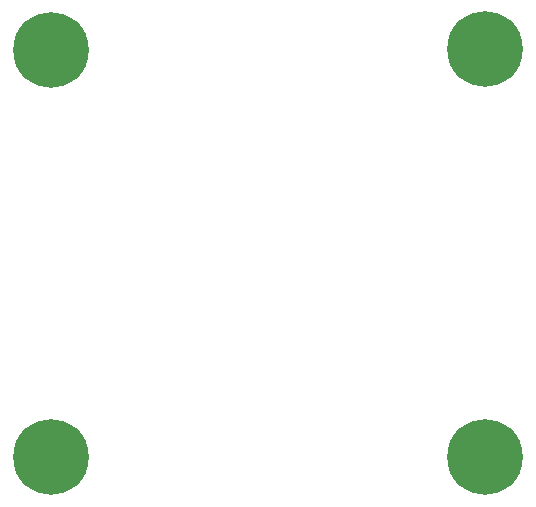
<source format=gbr>
%TF.GenerationSoftware,KiCad,Pcbnew,9.0.6-9.0.6~ubuntu22.04.1*%
%TF.CreationDate,2026-01-04T20:59:47+05:30*%
%TF.ProjectId,TWIN_NODE,5457494e-5f4e-44f4-9445-2e6b69636164,rev?*%
%TF.SameCoordinates,Original*%
%TF.FileFunction,Soldermask,Bot*%
%TF.FilePolarity,Negative*%
%FSLAX46Y46*%
G04 Gerber Fmt 4.6, Leading zero omitted, Abs format (unit mm)*
G04 Created by KiCad (PCBNEW 9.0.6-9.0.6~ubuntu22.04.1) date 2026-01-04 20:59:47*
%MOMM*%
%LPD*%
G01*
G04 APERTURE LIST*
%ADD10C,0.800000*%
%ADD11C,6.400000*%
G04 APERTURE END LIST*
D10*
%TO.C,H1*%
X141600000Y-66800000D03*
X142302944Y-65102944D03*
X142302944Y-68497056D03*
X144000000Y-64400000D03*
D11*
X144000000Y-66800000D03*
D10*
X144000000Y-69200000D03*
X145697056Y-65102944D03*
X145697056Y-68497056D03*
X146400000Y-66800000D03*
%TD*%
%TO.C,H2*%
X178399315Y-66762500D03*
X179102259Y-65065444D03*
X179102259Y-68459556D03*
X180799315Y-64362500D03*
D11*
X180799315Y-66762500D03*
D10*
X180799315Y-69162500D03*
X182496371Y-65065444D03*
X182496371Y-68459556D03*
X183199315Y-66762500D03*
%TD*%
%TO.C,H3*%
X178399315Y-101237500D03*
X179102259Y-99540444D03*
X179102259Y-102934556D03*
X180799315Y-98837500D03*
D11*
X180799315Y-101237500D03*
D10*
X180799315Y-103637500D03*
X182496371Y-99540444D03*
X182496371Y-102934556D03*
X183199315Y-101237500D03*
%TD*%
%TO.C,H4*%
X141600000Y-101275000D03*
X142302944Y-99577944D03*
X142302944Y-102972056D03*
X144000000Y-98875000D03*
D11*
X144000000Y-101275000D03*
D10*
X144000000Y-103675000D03*
X145697056Y-99577944D03*
X145697056Y-102972056D03*
X146400000Y-101275000D03*
%TD*%
M02*

</source>
